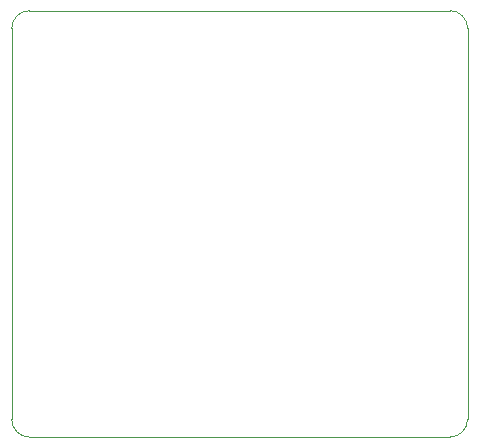
<source format=gm1>
G04 #@! TF.GenerationSoftware,KiCad,Pcbnew,9.0.0*
G04 #@! TF.CreationDate,2025-08-24T13:43:37+02:00*
G04 #@! TF.ProjectId,Rivian-A,52697669-616e-42d4-912e-6b696361645f,rev?*
G04 #@! TF.SameCoordinates,Original*
G04 #@! TF.FileFunction,Profile,NP*
%FSLAX46Y46*%
G04 Gerber Fmt 4.6, Leading zero omitted, Abs format (unit mm)*
G04 Created by KiCad (PCBNEW 9.0.0) date 2025-08-24 13:43:37*
%MOMM*%
%LPD*%
G01*
G04 APERTURE LIST*
G04 #@! TA.AperFunction,Profile*
%ADD10C,0.050000*%
G04 #@! TD*
G04 APERTURE END LIST*
D10*
X155000000Y-70300000D02*
G75*
G02*
X156500000Y-71800000I0J-1500000D01*
G01*
X156500000Y-104900000D02*
G75*
G02*
X155000000Y-106400000I-1500000J0D01*
G01*
X117900000Y-71800000D02*
G75*
G02*
X119400000Y-70300000I1500000J0D01*
G01*
X119400000Y-106400000D02*
G75*
G02*
X117900000Y-104900000I0J1500000D01*
G01*
X156500000Y-71800000D02*
X156500000Y-104900000D01*
X119400000Y-70300000D02*
X155000000Y-70300000D01*
X155000000Y-106400000D02*
X119400000Y-106400000D01*
X117900000Y-104900000D02*
X117900000Y-71800000D01*
M02*

</source>
